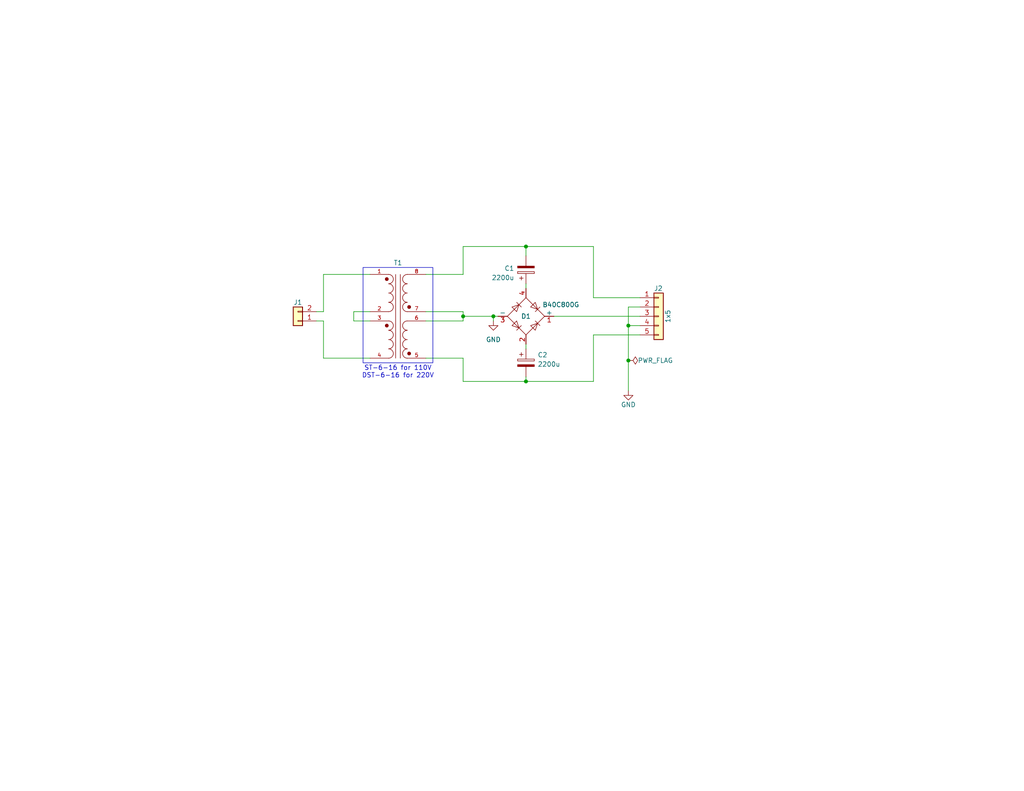
<source format=kicad_sch>
(kicad_sch (version 20231120) (generator "eeschema") (generator_version "8.0")
  (paper "USLetter")
  (title_block (title "TRS-80 Model 1 Power Supply") (date "2024-09-08") (rev "1.3") (company "RetroStack LLC (based on design by Matt Boytim)"))
  (lib_symbols
    (symbol "Connector_Generic:Conn_01x02" (pin_names (offset 1.016) hide)
      (property "Reference" "J" (at 0 2.54 0))
      (property "Value" "Conn_01x02" (at 0 -5.08 0))
      (symbol "Conn_01x02_1_1"
        (rectangle (start -1.27 -2.413) (end 0 -2.667) (stroke (width 0.1524)))
        (rectangle (start -1.27 0.127) (end 0 -0.127) (stroke (width 0.1524)))
        (rectangle (start -1.27 1.27) (end 1.27 -3.81) (stroke (width 0.254)) (fill (type background)))
        (pin passive line (at -5.08 0 0) (length 3.81) (name "Pin_1") (number "1"))
        (pin passive line (at -5.08 -2.54 0) (length 3.81) (name "Pin_2") (number "2"))
      )
    )
    (symbol "Connector_Generic:Conn_01x05" (pin_names (offset 1.016) hide)
      (property "Reference" "J" (at 0 7.62 0))
      (property "Value" "Conn_01x05" (at 0 -7.62 0))
      (symbol "Conn_01x05_1_1"
        (rectangle (start -1.27 -4.953) (end 0 -5.207) (stroke (width 0.1524)))
        (rectangle (start -1.27 -2.413) (end 0 -2.667) (stroke (width 0.1524)))
        (rectangle (start -1.27 0.127) (end 0 -0.127) (stroke (width 0.1524)))
        (rectangle (start -1.27 2.667) (end 0 2.413) (stroke (width 0.1524)))
        (rectangle (start -1.27 5.207) (end 0 4.953) (stroke (width 0.1524)))
        (rectangle (start -1.27 6.35) (end 1.27 -6.35) (stroke (width 0.254)) (fill (type background)))
        (pin passive line (at -5.08 5.08 0) (length 3.81) (name "Pin_1") (number "1"))
        (pin passive line (at -5.08 2.54 0) (length 3.81) (name "Pin_2") (number "2"))
        (pin passive line (at -5.08 0 0) (length 3.81) (name "Pin_3") (number "3"))
        (pin passive line (at -5.08 -2.54 0) (length 3.81) (name "Pin_4") (number "4"))
        (pin passive line (at -5.08 -5.08 0) (length 3.81) (name "Pin_5") (number "5"))
      )
    )
    (symbol "DST-6-16:DST-6-16" (pin_names (offset 1.016))
      (property "Reference" "T" (at -5.0839 12.7079 0))
      (property "Value" "DST-6-16" (at -5.0814 -15.2427 0))
      (symbol "DST-6-16_0_0"
        (circle (center -3.048 -3.81) (radius 0.254) (stroke (width 0.508)))
        (circle (center -3.048 8.89) (radius 0.254) (stroke (width 0.508)))
        (arc (start -2.54 -12.7) (mid -1.2755 -11.43) (end -2.54 -10.16) (stroke (width 0.1524)))
        (arc (start -2.54 -10.16) (mid -1.2755 -8.89) (end -2.54 -7.62) (stroke (width 0.1524)))
        (arc (start -2.54 -7.62) (mid -1.2755 -6.35) (end -2.54 -5.08) (stroke (width 0.1524)))
        (arc (start -2.54 -5.08) (mid -1.2755 -3.81) (end -2.54 -2.54) (stroke (width 0.1524)))
        (arc (start -2.54 0) (mid -1.2755 1.27) (end -2.54 2.54) (stroke (width 0.1524)))
        (arc (start -2.54 2.54) (mid -1.2755 3.81) (end -2.54 5.08) (stroke (width 0.1524)))
        (arc (start -2.54 5.08) (mid -1.2755 6.35) (end -2.54 7.62) (stroke (width 0.1524)))
        (arc (start -2.54 7.62) (mid -1.2755 8.89) (end -2.54 10.16) (stroke (width 0.1524)))
        (polyline (pts (xy -0.635 10.16) (xy -0.635 -12.7)) (stroke (width 0.1524)))
        (polyline (pts (xy 0.635 10.16) (xy 0.635 -12.7)) (stroke (width 0.1524)))
        (arc (start 2.54 -10.16) (mid 1.2755 -11.43) (end 2.54 -12.7) (stroke (width 0.1524)))
        (arc (start 2.54 -7.62) (mid 1.2755 -8.89) (end 2.54 -10.16) (stroke (width 0.1524)))
        (arc (start 2.54 -5.08) (mid 1.2755 -6.35) (end 2.54 -7.62) (stroke (width 0.1524)))
        (arc (start 2.54 -2.54) (mid 1.2755 -3.81) (end 2.54 -5.08) (stroke (width 0.1524)))
        (arc (start 2.54 2.54) (mid 1.2755 1.27) (end 2.54 0) (stroke (width 0.1524)))
        (arc (start 2.54 5.08) (mid 1.2755 3.81) (end 2.54 2.54) (stroke (width 0.1524)))
        (arc (start 2.54 7.62) (mid 1.2755 6.35) (end 2.54 5.08) (stroke (width 0.1524)))
        (arc (start 2.54 10.16) (mid 1.2755 8.89) (end 2.54 7.62) (stroke (width 0.1524)))
        (circle (center 3.048 -11.43) (radius 0.254) (stroke (width 0.508)))
        (circle (center 3.048 1.27) (radius 0.254) (stroke (width 0.508)))
        (pin passive line (at -7.62 10.16 0) (length 5.08) (name "~") (number "1"))
        (pin passive line (at -7.62 0 0) (length 5.08) (name "~") (number "2"))
        (pin passive line (at -7.62 -2.54 0) (length 5.08) (name "~") (number "3"))
        (pin passive line (at -7.62 -12.7 0) (length 5.08) (name "~") (number "4"))
        (pin passive line (at 7.62 -12.7 180) (length 5.08) (name "~") (number "5"))
        (pin passive line (at 7.62 -2.54 180) (length 5.08) (name "~") (number "6"))
        (pin passive line (at 7.62 0 180) (length 5.08) (name "~") (number "7"))
        (pin passive line (at 7.62 10.16 180) (length 5.08) (name "~") (number "8"))
      )
    )
    (symbol "Device:C_Polarized" (pin_numbers hide) (pin_names (offset 0.254))
      (property "Reference" "C" (at 0.635 2.54 0))
      (property "Value" "C_Polarized" (at 0.635 -2.54 0))
      (symbol "C_Polarized_0_1"
        (rectangle (start -2.286 0.508) (end 2.286 1.016))
        (polyline (pts (xy -1.778 2.286) (xy -0.762 2.286)))
        (polyline (pts (xy -1.27 2.794) (xy -1.27 1.778)))
        (rectangle (start 2.286 -0.508) (end -2.286 -1.016) (fill (type outline)))
      )
      (symbol "C_Polarized_1_1"
        (pin passive line (at 0 3.81 270) (length 2.794) (name "~") (number "1"))
        (pin passive line (at 0 -3.81 90) (length 2.794) (name "~") (number "2"))
      )
    )
    (symbol "Diode_Bridge:W005G" (pin_names (offset 0))
      (property "Reference" "D" (at 2.54 6.985 0))
      (property "Value" "W005G" (at 2.54 5.08 0))
      (symbol "W005G_0_1"
        (polyline (pts (xy -2.54 3.81) (xy -1.27 2.54)))
        (polyline (pts (xy -1.27 -2.54) (xy -2.54 -3.81)))
        (polyline (pts (xy 2.54 -1.27) (xy 3.81 -2.54)))
        (polyline (pts (xy 2.54 1.27) (xy 3.81 2.54)))
        (polyline (pts (xy -3.81 2.54) (xy -2.54 1.27) (xy -1.905 3.175) (xy -3.81 2.54)))
        (polyline (pts (xy -2.54 -1.27) (xy -3.81 -2.54) (xy -1.905 -3.175) (xy -2.54 -1.27)))
        (polyline (pts (xy 1.27 2.54) (xy 2.54 3.81) (xy 3.175 1.905) (xy 1.27 2.54)))
        (polyline (pts (xy 3.175 -1.905) (xy 1.27 -2.54) (xy 2.54 -3.81) (xy 3.175 -1.905)))
        (polyline (pts (xy -5.08 0) (xy 0 -5.08) (xy 5.08 0) (xy 0 5.08) (xy -5.08 0)))
      )
      (symbol "W005G_1_1"
        (pin passive line (at 7.62 0 180) (length 2.54) (name "+") (number "1"))
        (pin passive line (at 0 -7.62 90) (length 2.54) (name "~") (number "2"))
        (pin passive line (at -7.62 0 0) (length 2.54) (name "-") (number "3"))
        (pin passive line (at 0 7.62 270) (length 2.54) (name "~") (number "4"))
      )
    )
    (symbol "power:GND" (power) (pin_names (offset 0))
      (property "Value" "GND" (at 0 -3.81 0))
      (symbol "GND_0_1"
        (polyline (pts (xy 0 0) (xy 0 -1.27) (xy 1.27 -1.27) (xy 0 -2.54) (xy -1.27 -1.27) (xy 0 -1.27)))
      )
      (symbol "GND_1_1"
        (pin power_in line (at 0 0 270) (length 0) hide (name "GND") (number "1"))
      )
    )
    (symbol "power:PWR_FLAG" (power) (pin_numbers hide) (pin_names (offset 0) hide)
      (property "Value" "PWR_FLAG" (at 0 3.81 0))
      (symbol "PWR_FLAG_0_0"
        (pin power_out line (at 0 0 90) (length 0) (name "~") (number "1"))
      )
      (symbol "PWR_FLAG_0_1"
        (polyline (pts (xy 0 0) (xy 0 1.27) (xy -1.016 1.905) (xy 0 2.54) (xy 1.016 1.905) (xy 0 1.27)))
      )
    )
  )
  (junction (at 143.51 104.14))
  (junction (at 134.62 86.36))
  (junction (at 171.45 98.425))
  (junction (at 143.51 67.31))
  (junction (at 126.365 86.36))
  (junction (at 171.45 88.9))
  (wire (pts (xy 96.52 85.09) (xy 96.52 87.63)))
  (wire (pts (xy 126.365 86.36) (xy 134.62 86.36)))
  (wire (pts (xy 88.265 74.93) (xy 100.965 74.93)))
  (wire (pts (xy 126.365 85.09) (xy 126.365 86.36)))
  (wire (pts (xy 116.205 74.93) (xy 126.365 74.93)))
  (wire (pts (xy 171.45 106.68) (xy 171.45 98.425)))
  (wire (pts (xy 161.925 104.14) (xy 143.51 104.14)))
  (wire (pts (xy 151.13 86.36) (xy 174.625 86.36)))
  (wire (pts (xy 126.365 85.09) (xy 116.205 85.09)))
  (wire (pts (xy 171.45 88.9) (xy 174.625 88.9)))
  (wire (pts (xy 171.45 83.82) (xy 174.625 83.82)))
  (wire (pts (xy 86.36 87.63) (xy 88.265 87.63)))
  (wire (pts (xy 126.365 86.36) (xy 126.365 87.63)))
  (wire (pts (xy 126.365 67.31) (xy 126.365 74.93)))
  (wire (pts (xy 116.205 97.79) (xy 126.365 97.79)))
  (wire (pts (xy 96.52 87.63) (xy 100.965 87.63)))
  (wire (pts (xy 96.52 85.09) (xy 100.965 85.09)))
  (wire (pts (xy 143.51 77.47) (xy 143.51 78.74)))
  (wire (pts (xy 88.265 97.79) (xy 100.965 97.79)))
  (wire (pts (xy 161.925 81.28) (xy 174.625 81.28)))
  (wire (pts (xy 161.925 67.31) (xy 161.925 81.28)))
  (wire (pts (xy 126.365 67.31) (xy 143.51 67.31)))
  (wire (pts (xy 88.265 97.79) (xy 88.265 87.63)))
  (wire (pts (xy 134.62 86.36) (xy 134.62 87.63)))
  (wire (pts (xy 126.365 97.79) (xy 126.365 104.14)))
  (wire (pts (xy 134.62 86.36) (xy 135.89 86.36)))
  (wire (pts (xy 171.45 88.9) (xy 171.45 83.82)))
  (wire (pts (xy 143.51 104.14) (xy 143.51 102.87)))
  (wire (pts (xy 86.36 85.09) (xy 88.265 85.09)))
  (wire (pts (xy 88.265 74.93) (xy 88.265 85.09)))
  (wire (pts (xy 126.365 104.14) (xy 143.51 104.14)))
  (wire (pts (xy 143.51 67.31) (xy 143.51 69.85)))
  (wire (pts (xy 161.925 91.44) (xy 174.625 91.44)))
  (wire (pts (xy 171.45 98.425) (xy 171.45 88.9)))
  (wire (pts (xy 126.365 87.63) (xy 116.205 87.63)))
  (wire (pts (xy 161.925 67.31) (xy 143.51 67.31)))
  (wire (pts (xy 143.51 95.25) (xy 143.51 93.98)))
  (wire (pts (xy 161.925 91.44) (xy 161.925 104.14)))
  (rectangle (start 99.06 73.025) (end 118.11 99.06))
  (text "ST-6-16 for 110V\nDST-6-16 for 220V" (at 108.585 101.6 0) (effects (font (size 1.27 1.27))))
  (symbol (lib_id "power:GND") (at 171.45 106.68 0) (unit 1)
    (property "Reference" "#PWR0102" (effects (hide yes)))
    (property "Value" "GND" (at 171.45 110.49 0))
  )
  (symbol (lib_id "Device:C_Polarized") (at 143.51 73.66 0) (mirror x) (unit 1)
    (property "Reference" "C1" (at 140.335 73.2789 0) (effects (justify right)))
    (property "Value" "2200u" (at 140.335 75.8189 0) (effects (justify right)))
    (property "Footprint" "Capacitor_THT:CP_Radial_D12.5mm_P5.00mm" (effects (hide yes)))
  )
  (symbol (lib_id "DST-6-16:DST-6-16") (at 108.585 85.09 0) (unit 1)
    (property "Reference" "T1" (at 108.585 71.755 0))
    (property "Value" "DST-6-16" (effects (hide yes)))
    (property "Footprint" "M1PSX3:XFMR_DST-6-16" (effects (hide yes)))
    (property "PARTREV" "2019" (effects (hide yes)))
    (property "MANUFACTURER" "Signal Transformer" (effects (hide yes)))
    (property "MAXIMUM_PACKAGE_HEIGHT" "36.9mm" (effects (hide yes)))
    (property "STANDARD" "IPC2222A" (effects (hide yes)))
  )
  (symbol (lib_id "Connector_Generic:Conn_01x05") (at 179.705 86.36 0) (unit 1)
    (property "Reference" "J2" (at 178.435 78.74 0) (effects (justify left)))
    (property "Value" "1x5" (at 182.245 86.36 90))
    (property "Footprint" "Connector_Molex:Molex_KK-254_AE-6410-05A_1x05_P2.54mm_Vertical" (effects (hide yes)))
  )
  (symbol (lib_id "power:GND") (at 134.62 87.63 0) (unit 1)
    (property "Reference" "#PWR0101" (effects (hide yes)))
    (property "Value" "GND" (at 134.62 92.71 0))
  )
  (symbol (lib_id "power:PWR_FLAG") (at 171.45 98.425 270) (unit 1)
    (property "Reference" "#FLG01" (effects (hide yes)))
    (property "Value" "PWR_FLAG" (at 173.99 98.425 90) (effects (justify left)))
    (property "Description" "Special symbol for telling ERC where power comes from" (effects (hide yes)))
  )
  (symbol (lib_id "Device:C_Polarized") (at 143.51 99.06 0) (unit 1)
    (property "Reference" "C2" (at 146.685 96.9009 0) (effects (justify left)))
    (property "Value" "2200u" (at 146.685 99.4409 0) (effects (justify left)))
    (property "Footprint" "Capacitor_THT:CP_Radial_D12.5mm_P5.00mm" (effects (hide yes)))
  )
  (symbol (lib_id "Connector_Generic:Conn_01x02") (at 81.28 87.63 180) (unit 1)
    (property "Reference" "J1" (at 81.28 82.55 0))
    (property "Value" "Conn_01x02" (effects (hide yes)))
    (property "Footprint" "Connector_Molex:Molex_KK-396_A-41791-0002_1x02_P3.96mm_Vertical" (effects (hide yes)))
  )
  (symbol (lib_id "Diode_Bridge:W005G") (at 143.51 86.36 0) (unit 1)
    (property "Reference" "D1" (at 143.51 86.36 0))
    (property "Value" "B40C800G" (at 153.035 83.185 0))
    (property "Footprint" "Diode_THT:Diode_Bridge_Round_D9.8mm" (effects (hide yes)))
    (property "Datasheet" "https://www.vishay.com/docs/88769/woo5g.pdf" (effects (hide yes)))
  )
)
</source>
